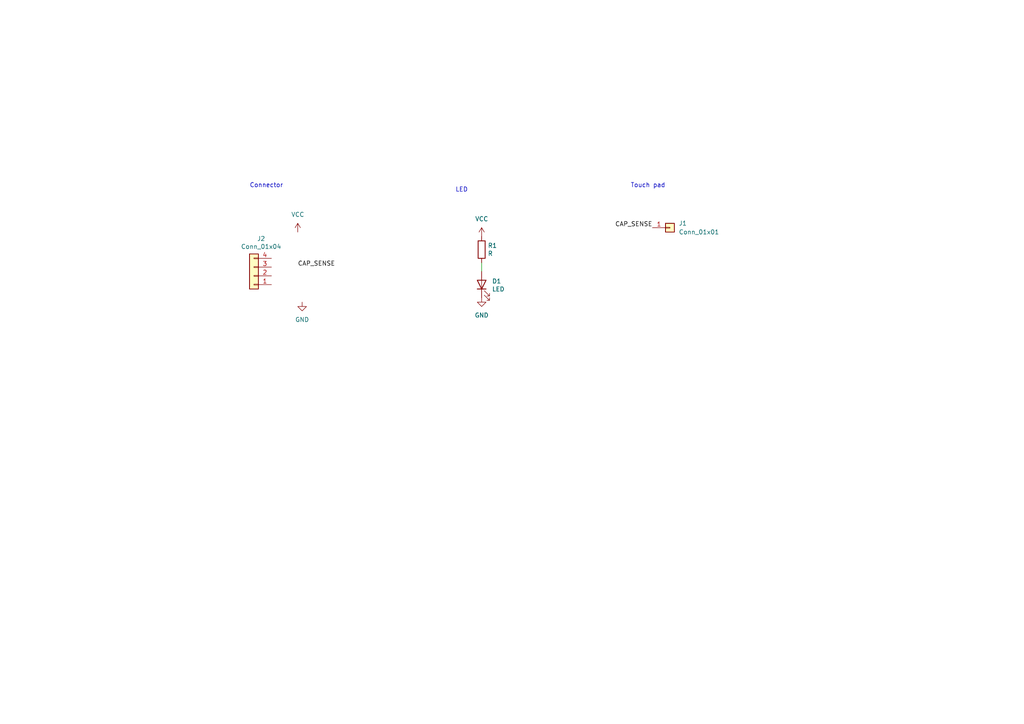
<source format=kicad_sch>
(kicad_sch (version 20230121) (generator eeschema)
  (paper "A4")
  (lib_symbols
    (symbol "Connector_Generic:Conn_01x01" (pin_names (offset 1.016) hide)
      (property "Reference" "J" (at 0 2.54 0))
      (property "Value" "Conn_01x01" (at 0 -2.54 0))
      (symbol "Conn_01x01_1_1"
        (rectangle (start -1.27 0.127) (end 0 -0.127) (stroke (width 0.1524)))
        (rectangle (start -1.27 1.27) (end 1.27 -1.27) (stroke (width 0.254)) (fill (type background)))
        (pin passive line (at -5.08 0 0) (length 3.81) (name "Pin_1") (number "1"))
      )
    )
    (symbol "Connector_Generic:Conn_01x04" (pin_names (offset 1.016) hide)
      (property "Reference" "J" (at 0 5.08 0))
      (property "Value" "Conn_01x04" (at 0 -7.62 0))
      (symbol "Conn_01x04_1_1"
        (rectangle (start -1.27 -4.953) (end 0 -5.207) (stroke (width 0.1524)))
        (rectangle (start -1.27 -2.413) (end 0 -2.667) (stroke (width 0.1524)))
        (rectangle (start -1.27 0.127) (end 0 -0.127) (stroke (width 0.1524)))
        (rectangle (start -1.27 2.667) (end 0 2.413) (stroke (width 0.1524)))
        (rectangle (start -1.27 3.81) (end 1.27 -6.35) (stroke (width 0.254)) (fill (type background)))
        (pin passive line (at -5.08 2.54 0) (length 3.81) (name "Pin_1") (number "1"))
        (pin passive line (at -5.08 0 0) (length 3.81) (name "Pin_2") (number "2"))
        (pin passive line (at -5.08 -2.54 0) (length 3.81) (name "Pin_3") (number "3"))
        (pin passive line (at -5.08 -5.08 0) (length 3.81) (name "Pin_4") (number "4"))
      )
    )
    (symbol "Device:LED" (pin_numbers hide) (pin_names (offset 1.016) hide)
      (property "Reference" "D" (at 0 2.54 0))
      (property "Value" "LED" (at 0 -2.54 0))
      (symbol "LED_0_1"
        (polyline (pts (xy -1.27 -1.27) (xy -1.27 1.27)) (stroke (width 0.254)))
        (polyline (pts (xy -1.27 0) (xy 1.27 0)))
        (polyline (pts (xy 1.27 -1.27) (xy 1.27 1.27) (xy -1.27 0) (xy 1.27 -1.27)) (stroke (width 0.254)))
        (polyline (pts (xy -3.048 -0.762) (xy -4.572 -2.286) (xy -3.81 -2.286) (xy -4.572 -2.286) (xy -4.572 -1.524)))
        (polyline (pts (xy -1.778 -0.762) (xy -3.302 -2.286) (xy -2.54 -2.286) (xy -3.302 -2.286) (xy -3.302 -1.524)))
      )
      (symbol "LED_1_1"
        (pin passive line (at -3.81 0 0) (length 2.54) (name "K") (number "1"))
        (pin passive line (at 3.81 0 180) (length 2.54) (name "A") (number "2"))
      )
    )
    (symbol "Device:R" (pin_numbers hide) (pin_names (offset 0))
      (property "Reference" "R" (at 2.032 0 90))
      (property "Value" "R" (at 0 0 90))
      (symbol "R_0_1"
        (rectangle (start -1.016 -2.54) (end 1.016 2.54) (stroke (width 0.254)))
      )
      (symbol "R_1_1"
        (pin passive line (at 0 3.81 270) (length 1.27) (name "~") (number "1"))
        (pin passive line (at 0 -3.81 90) (length 1.27) (name "~") (number "2"))
      )
    )
    (symbol "power:GND" (power) (pin_names (offset 0))
      (property "Value" "GND" (at 0 -3.81 0))
      (symbol "GND_0_1"
        (polyline (pts (xy 0 0) (xy 0 -1.27) (xy 1.27 -1.27) (xy 0 -2.54) (xy -1.27 -1.27) (xy 0 -1.27)))
      )
      (symbol "GND_1_1"
        (pin power_in line (at 0 0 270) (length 0) hide (name "GND") (number "1"))
      )
    )
    (symbol "power:VCC" (power) (pin_names (offset 0))
      (property "Value" "VCC" (at 0 3.81 0))
      (symbol "VCC_0_1"
        (polyline (pts (xy -0.762 1.27) (xy 0 2.54)))
        (polyline (pts (xy 0 0) (xy 0 2.54)))
        (polyline (pts (xy 0 2.54) (xy 0.762 1.27)))
      )
      (symbol "VCC_1_1"
        (pin power_in line (at 0 0 90) (length 0) hide (name "VCC") (number "1"))
      )
    )
  )
  (wire (pts (xy 139.7 76.2) (xy 139.7 78.74)))
  (text "Connector" (at 72.39 54.61 0) (effects (font (size 1.27 1.27)) (justify left bottom)))
  (text "Touch pad" (at 182.88 54.61 0) (effects (font (size 1.27 1.27)) (justify left bottom)))
  (text "LED" (at 132.08 55.88 0) (effects (font (size 1.27 1.27)) (justify left bottom)))
  (label "CAP_SENSE" (at 86.36 77.47 0))
  (label "CAP_SENSE" (at 189.23 66.04 180))
  (symbol (lib_id "Device:LED") (at 139.7 82.55 90) (unit 1)
    (property "Reference" "D1" (at 142.6972 81.5594 90) (effects (justify right)))
    (property "Value" "LED" (at 142.6972 83.8708 90) (effects (justify right)))
    (property "Footprint" "LED_SMD:LED_Luminus_MP-3030-1100_3.0x3.0mm" (effects hide))
  )
  (symbol (lib_id "Connector_Generic:Conn_01x04") (at 73.66 80.01 180) (unit 1)
    (property "Reference" "J2" (at 75.7428 69.215 0))
    (property "Value" "Conn_01x04" (at 75.7428 71.5264 0))
    (property "Footprint" "Connector_PinHeader_1.00mm:PinHeader_1x04_P1.00mm_Horizontal" (effects hide))
  )
  (symbol (lib_id "Device:R") (at 139.7 72.39 0) (unit 1)
    (property "Reference" "R1" (at 141.478 71.2216 0) (effects (justify left)))
    (property "Value" "R" (at 141.478 73.533 0) (effects (justify left)))
    (property "Footprint" "Resistor_SMD:R_0603_1608Metric_Pad0.98x0.95mm_HandSolder" (effects hide))
  )
  (symbol (lib_id "power:VCC") (at 139.7 68.58 0) (unit 1)
    (property "Reference" "#PWR03" (effects hide))
    (property "Value" "VCC" (at 139.7 63.5 0))
  )
  (symbol (lib_id "power:VCC") (at 86.36 67.31 0) (unit 1)
    (property "Reference" "#PWR02" (effects hide))
    (property "Value" "VCC" (at 86.36 62.23 0))
  )
  (symbol (lib_id "power:GND") (at 139.7 86.36 0) (unit 1)
    (property "Reference" "#PWR04" (effects hide))
    (property "Value" "GND" (at 139.7 91.44 0))
  )
  (symbol (lib_id "Connector_Generic:Conn_01x01") (at 194.31 66.04 0) (unit 1)
    (property "Reference" "J1" (at 196.85 64.77 0) (effects (justify left)))
    (property "Value" "Conn_01x01" (at 196.85 67.31 0) (effects (justify left)))
    (property "Footprint" "MountingHole:MountingHole_8.4mm_M8_Pad_TopOnly" (effects hide))
  )
  (symbol (lib_id "power:GND") (at 87.63 87.63 0) (unit 1)
    (property "Reference" "#PWR01" (effects hide))
    (property "Value" "GND" (at 87.63 92.71 0))
  )
)
</source>
